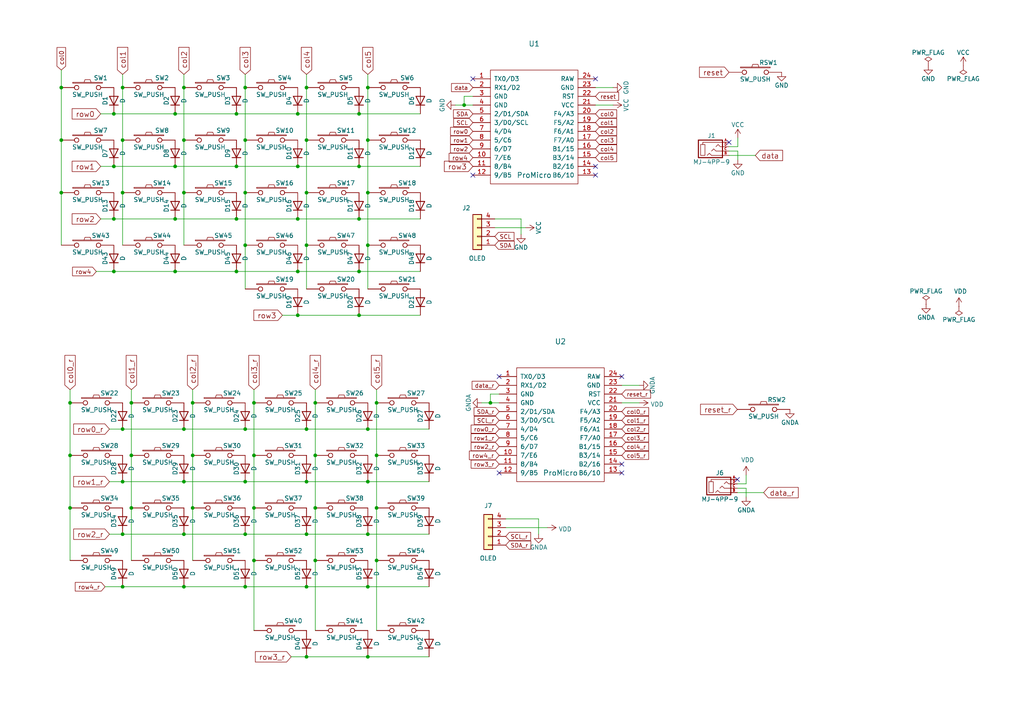
<source format=kicad_sch>
(kicad_sch (version 20231120) (generator "eeschema") (generator_version "8.0")
  (paper "A4")
  (title_block (title "Corne Light+") (date "2020-10-13") (rev "2.0") (company "KDKB - foostan"))
  (lib_symbols
    (symbol "Connector_Generic:Conn_01x04" (pin_names (offset 1.016) hide)
      (property "Reference" "J" (at 0 5.08 0))
      (property "Value" "Conn_01x04" (at 0 -7.62 0))
      (symbol "Conn_01x04_1_1"
        (pin passive line (at -5.08 2.54 0) (length 3.81) (name "Pin_1") (number "1"))
        (pin passive line (at -5.08 0 0) (length 3.81) (name "Pin_2") (number "2"))
        (pin passive line (at -5.08 -2.54 0) (length 3.81) (name "Pin_3") (number "3"))
        (pin passive line (at -5.08 -5.08 0) (length 3.81) (name "Pin_4") (number "4"))
      )
    )
    (symbol "Device:D" (pin_numbers hide) (pin_names (offset 1.016) hide)
      (property "Reference" "D" (at 0 2.54 0))
      (property "Value" "D" (at 0 -2.54 0))
      (symbol "D_1_1"
        (pin passive line (at -3.81 0 0) (length 2.54) (name "K") (number "1"))
        (pin passive line (at 3.81 0 180) (length 2.54) (name "A") (number "2"))
      )
    )
    (symbol "kbd:MJ-4PP-9" (pin_names (offset 1.016))
      (property "Reference" "J" (at 0 3.81 0))
      (property "Value" "MJ-4PP-9" (at 0 -3.81 0))
      (symbol "MJ-4PP-9_1_1"
        (pin input line (at 5.08 1.905 180) (length 2.0066) (name "~") (number "A"))
        (pin input line (at 5.08 -1.905 180) (length 2.0066) (name "~") (number "B"))
        (pin input line (at 5.08 -0.635 180) (length 2.0066) (name "~") (number "C"))
        (pin input line (at 5.08 0.635 180) (length 2.0066) (name "~") (number "D"))
      )
    )
    (symbol "kbd:ProMicro" (pin_names (offset 1.016))
      (property "Reference" "U" (at 0 19.05 0))
      (property "Value" "ProMicro" (at 0 -19.05 0))
      (symbol "ProMicro_1_1"
        (pin bidirectional line (at -17.78 13.97 0) (length 5.08) (name "TX0/D3") (number "1"))
        (pin bidirectional line (at -17.78 -8.89 0) (length 5.08) (name "7/E6") (number "10"))
        (pin bidirectional line (at -17.78 -11.43 0) (length 5.08) (name "8/B4") (number "11"))
        (pin bidirectional line (at -17.78 -13.97 0) (length 5.08) (name "9/B5") (number "12"))
        (pin bidirectional line (at 17.78 -13.97 180) (length 5.08) (name "B6/10") (number "13"))
        (pin bidirectional line (at 17.78 -11.43 180) (length 5.08) (name "B2/16") (number "14"))
        (pin bidirectional line (at 17.78 -8.89 180) (length 5.08) (name "B3/14") (number "15"))
        (pin bidirectional line (at 17.78 -6.35 180) (length 5.08) (name "B1/15") (number "16"))
        (pin bidirectional line (at 17.78 -3.81 180) (length 5.08) (name "F7/A0") (number "17"))
        (pin bidirectional line (at 17.78 -1.27 180) (length 5.08) (name "F6/A1") (number "18"))
        (pin bidirectional line (at 17.78 1.27 180) (length 5.08) (name "F5/A2") (number "19"))
        (pin bidirectional line (at -17.78 11.43 0) (length 5.08) (name "RX1/D2") (number "2"))
        (pin bidirectional line (at 17.78 3.81 180) (length 5.08) (name "F4/A3") (number "20"))
        (pin power_in line (at 17.78 6.35 180) (length 5.08) (name "VCC") (number "21"))
        (pin input line (at 17.78 8.89 180) (length 5.08) (name "RST") (number "22"))
        (pin power_in line (at 17.78 11.43 180) (length 5.08) (name "GND") (number "23"))
        (pin power_out line (at 17.78 13.97 180) (length 5.08) (name "RAW") (number "24"))
        (pin power_in line (at -17.78 8.89 0) (length 5.08) (name "GND") (number "3"))
        (pin power_in line (at -17.78 6.35 0) (length 5.08) (name "GND") (number "4"))
        (pin bidirectional line (at -17.78 3.81 0) (length 5.08) (name "2/D1/SDA") (number "5"))
        (pin bidirectional line (at -17.78 1.27 0) (length 5.08) (name "3/D0/SCL") (number "6"))
        (pin bidirectional line (at -17.78 -1.27 0) (length 5.08) (name "4/D4") (number "7"))
        (pin bidirectional line (at -17.78 -3.81 0) (length 5.08) (name "5/C6") (number "8"))
        (pin bidirectional line (at -17.78 -6.35 0) (length 5.08) (name "6/D7") (number "9"))
      )
    )
    (symbol "kbd:SW_PUSH" (pin_numbers hide) (pin_names (offset 1.016) hide)
      (property "Reference" "SW" (at 3.81 2.794 0))
      (property "Value" "SW_PUSH" (at 0 -2.032 0))
      (symbol "SW_PUSH_0_1"
        (pin passive inverted (at -7.62 0 0) (length 5.08) (name "1") (number "1"))
        (pin passive inverted (at 7.62 0 180) (length 5.08) (name "2") (number "2"))
      )
    )
    (symbol "power:GND" (power) (pin_names (offset 0))
      (property "Value" "GND" (at 0 -3.81 0))
      (symbol "GND_1_1"
        (pin power_in line (at 0 0 270) (length 0) hide (name "GND") (number "1"))
      )
    )
    (symbol "power:GNDA" (power) (pin_names (offset 0))
      (property "Value" "GNDA" (at 0 -3.81 0))
      (symbol "GNDA_1_1"
        (pin power_in line (at 0 0 270) (length 0) hide (name "GNDA") (number "1"))
      )
    )
    (symbol "power:PWR_FLAG" (power) (pin_numbers hide) (pin_names (offset 0) hide)
      (property "Value" "PWR_FLAG" (at 0 3.81 0))
      (symbol "PWR_FLAG_0_0"
        (pin power_out line (at 0 0 90) (length 0) (name "pwr") (number "1"))
      )
    )
    (symbol "power:VCC" (power) (pin_names (offset 0))
      (property "Value" "VCC" (at 0 3.81 0))
      (symbol "VCC_1_1"
        (pin power_in line (at 0 0 90) (length 0) hide (name "VCC") (number "1"))
      )
    )
    (symbol "power:VDD" (power) (pin_names (offset 0))
      (property "Value" "VDD" (at 0 3.81 0))
      (symbol "VDD_1_1"
        (pin power_in line (at 0 0 90) (length 0) hide (name "VDD") (number "1"))
      )
    )
  )
  (junction (at 53.34 170.18))
  (junction (at 88.9 55.88))
  (junction (at 68.58 33.02))
  (junction (at 71.12 25.4))
  (junction (at 88.9 40.64))
  (junction (at 109.22 132.08))
  (junction (at 53.34 55.88))
  (junction (at 106.68 139.7))
  (junction (at 106.68 71.12))
  (junction (at 73.66 162.56))
  (junction (at 71.12 154.94))
  (junction (at 104.14 48.26))
  (junction (at 38.1 116.84))
  (junction (at 106.68 55.88))
  (junction (at 106.68 40.64))
  (junction (at 71.12 124.46))
  (junction (at 35.56 139.7))
  (junction (at 50.8 48.26))
  (junction (at 33.02 48.26))
  (junction (at 35.56 25.4))
  (junction (at 109.22 147.32))
  (junction (at 53.34 154.94))
  (junction (at 71.12 71.12))
  (junction (at 106.68 154.94))
  (junction (at 91.44 162.56))
  (junction (at 35.56 170.18))
  (junction (at 106.68 190.5))
  (junction (at 91.44 132.08))
  (junction (at 106.68 124.46))
  (junction (at 73.66 116.84))
  (junction (at 86.36 48.26))
  (junction (at 38.1 147.32))
  (junction (at 86.36 91.44))
  (junction (at 33.02 33.02))
  (junction (at 73.66 132.08))
  (junction (at 68.58 48.26))
  (junction (at 71.12 139.7))
  (junction (at 91.44 116.84))
  (junction (at 38.1 132.08))
  (junction (at 88.9 71.12))
  (junction (at 109.22 116.84))
  (junction (at 33.02 63.5))
  (junction (at 17.78 55.88))
  (junction (at 20.32 147.32))
  (junction (at 91.44 147.32))
  (junction (at 53.34 124.46))
  (junction (at 88.9 154.94))
  (junction (at 20.32 132.08))
  (junction (at 71.12 55.88))
  (junction (at 104.14 33.02))
  (junction (at 88.9 124.46))
  (junction (at 35.56 55.88))
  (junction (at 17.78 40.64))
  (junction (at 86.36 78.74))
  (junction (at 55.88 116.84))
  (junction (at 88.9 139.7))
  (junction (at 50.8 33.02))
  (junction (at 106.68 25.4))
  (junction (at 104.14 91.44))
  (junction (at 88.9 25.4))
  (junction (at 73.66 147.32))
  (junction (at 35.56 154.94))
  (junction (at 71.12 40.64))
  (junction (at 86.36 63.5))
  (junction (at 35.56 40.64))
  (junction (at 68.58 63.5))
  (junction (at 35.56 124.46))
  (junction (at 17.78 25.4))
  (junction (at 53.34 40.64))
  (junction (at 33.02 78.74))
  (junction (at 53.34 139.7))
  (junction (at 142.24 116.84))
  (junction (at 55.88 132.08))
  (junction (at 86.36 33.02))
  (junction (at 50.8 78.74))
  (junction (at 55.88 147.32))
  (junction (at 71.12 170.18))
  (junction (at 106.68 170.18))
  (junction (at 20.32 116.84))
  (junction (at 50.8 63.5))
  (junction (at 88.9 170.18))
  (junction (at 68.58 78.74))
  (junction (at 88.9 190.5))
  (junction (at 104.14 63.5))
  (junction (at 134.62 30.48))
  (junction (at 53.34 25.4))
  (junction (at 109.22 162.56))
  (junction (at 104.14 78.74))
  (no_connect (at 211.455 41.275))
  (no_connect (at 137.16 50.8))
  (no_connect (at 6.35 -20.955))
  (no_connect (at 182.88 210.82))
  (no_connect (at 180.34 137.16))
  (no_connect (at 172.72 22.86))
  (no_connect (at 172.72 50.8))
  (no_connect (at 213.868 139.065))
  (no_connect (at 137.16 22.86))
  (no_connect (at 144.78 109.22))
  (no_connect (at 172.72 48.26))
  (no_connect (at 180.34 134.62))
  (no_connect (at 180.34 109.22))
  (no_connect (at 144.78 137.16))
  (wire (pts (xy 50.8 78.74) (xy 68.58 78.74)))
  (wire (pts (xy 86.36 33.02) (xy 104.14 33.02)))
  (wire (pts (xy 53.34 25.4) (xy 53.34 40.64)))
  (wire (pts (xy 55.88 132.08) (xy 55.88 147.32)))
  (wire (pts (xy 71.12 139.7) (xy 88.9 139.7)))
  (wire (pts (xy 71.12 71.12) (xy 71.12 83.82)))
  (wire (pts (xy 55.88 147.32) (xy 55.88 162.56)))
  (wire (pts (xy 134.62 27.94) (xy 134.62 30.48)))
  (wire (pts (xy 144.78 114.3) (xy 142.24 114.3)))
  (wire (pts (xy 55.88 116.84) (xy 55.88 132.08)))
  (wire (pts (xy 86.36 48.26) (xy 104.14 48.26)))
  (wire (pts (xy 17.78 25.4) (xy 17.78 40.64)))
  (wire (pts (xy 86.36 63.5) (xy 104.14 63.5)))
  (wire (pts (xy 35.56 25.4) (xy 35.56 40.64)))
  (wire (pts (xy 91.44 162.56) (xy 91.44 182.88)))
  (wire (pts (xy 106.68 190.5) (xy 124.46 190.5)))
  (wire (pts (xy 35.56 55.88) (xy 35.56 71.12)))
  (wire (pts (xy 38.1 132.08) (xy 38.1 147.32)))
  (wire (pts (xy 134.62 30.48) (xy 137.16 30.48)))
  (wire (pts (xy 81.915 91.44) (xy 86.36 91.44)))
  (wire (pts (xy 50.8 63.5) (xy 68.58 63.5)))
  (wire (pts (xy 211.455 43.815) (xy 213.995 43.815)))
  (wire (pts (xy 35.56 139.7) (xy 53.34 139.7)))
  (wire (pts (xy 104.14 63.5) (xy 121.92 63.5)))
  (wire (pts (xy 20.32 132.08) (xy 20.32 147.32)))
  (wire (pts (xy 216.408 140.335) (xy 216.408 137.795)))
  (wire (pts (xy 211.455 45.085) (xy 219.075 45.085)))
  (wire (pts (xy 106.68 71.12) (xy 106.68 83.82)))
  (wire (pts (xy 146.685 150.495) (xy 156.21 150.495)))
  (wire (pts (xy 68.58 78.74) (xy 86.36 78.74)))
  (wire (pts (xy 106.68 55.88) (xy 106.68 71.12)))
  (wire (pts (xy 33.02 48.26) (xy 50.8 48.26)))
  (wire (pts (xy 29.21 63.5) (xy 33.02 63.5)))
  (wire (pts (xy 109.22 113.03) (xy 109.22 116.84)))
  (wire (pts (xy 88.9 71.12) (xy 88.9 83.82)))
  (wire (pts (xy 106.68 25.4) (xy 106.68 40.64)))
  (wire (pts (xy 106.68 21.59) (xy 106.68 25.4)))
  (wire (pts (xy 109.22 116.84) (xy 109.22 132.08)))
  (wire (pts (xy 31.75 154.94) (xy 35.56 154.94)))
  (wire (pts (xy 213.868 140.335) (xy 216.408 140.335)))
  (wire (pts (xy 109.22 132.08) (xy 109.22 147.32)))
  (wire (pts (xy 68.58 63.5) (xy 86.36 63.5)))
  (wire (pts (xy 88.9 25.4) (xy 88.9 40.64)))
  (wire (pts (xy 71.12 154.94) (xy 88.9 154.94)))
  (wire (pts (xy 88.9 154.94) (xy 106.68 154.94)))
  (wire (pts (xy 73.66 162.56) (xy 73.66 182.88)))
  (wire (pts (xy 35.56 170.18) (xy 53.34 170.18)))
  (wire (pts (xy 53.34 21.59) (xy 53.34 25.4)))
  (wire (pts (xy 31.75 139.7) (xy 35.56 139.7)))
  (wire (pts (xy 31.75 124.46) (xy 35.56 124.46)))
  (wire (pts (xy 213.868 142.875) (xy 221.488 142.875)))
  (wire (pts (xy 88.9 21.59) (xy 88.9 25.4)))
  (wire (pts (xy 35.56 154.94) (xy 53.34 154.94)))
  (wire (pts (xy 156.21 150.495) (xy 156.21 154.94)))
  (wire (pts (xy 143.51 66.04) (xy 152.4 66.04)))
  (wire (pts (xy 35.56 21.59) (xy 35.56 25.4)))
  (wire (pts (xy 33.02 63.5) (xy 50.8 63.5)))
  (wire (pts (xy 29.21 48.26) (xy 33.02 48.26)))
  (wire (pts (xy 73.66 116.84) (xy 73.66 132.08)))
  (wire (pts (xy 71.12 170.18) (xy 88.9 170.18)))
  (wire (pts (xy 104.14 48.26) (xy 121.92 48.26)))
  (wire (pts (xy 213.995 42.545) (xy 213.995 40.005)))
  (wire (pts (xy 172.72 25.4) (xy 177.8 25.4)))
  (wire (pts (xy 53.34 40.64) (xy 53.34 55.88)))
  (wire (pts (xy 151.13 63.5) (xy 143.51 63.5)))
  (wire (pts (xy 20.32 147.32) (xy 20.32 162.56)))
  (wire (pts (xy 106.68 170.18) (xy 124.46 170.18)))
  (wire (pts (xy 53.34 55.88) (xy 53.34 71.12)))
  (wire (pts (xy 50.8 33.02) (xy 68.58 33.02)))
  (wire (pts (xy 29.21 33.02) (xy 33.02 33.02)))
  (wire (pts (xy 71.12 40.64) (xy 71.12 55.88)))
  (wire (pts (xy 86.36 78.74) (xy 104.14 78.74)))
  (wire (pts (xy 68.58 33.02) (xy 86.36 33.02)))
  (wire (pts (xy 20.32 116.84) (xy 20.32 132.08)))
  (wire (pts (xy 88.9 170.18) (xy 106.68 170.18)))
  (wire (pts (xy 17.78 40.64) (xy 17.78 55.88)))
  (wire (pts (xy 38.1 147.32) (xy 38.1 162.56)))
  (wire (pts (xy 35.56 40.64) (xy 35.56 55.88)))
  (wire (pts (xy 106.68 124.46) (xy 124.46 124.46)))
  (wire (pts (xy 151.13 67.945) (xy 151.13 63.5)))
  (wire (pts (xy 17.78 20.32) (xy 17.78 25.4)))
  (wire (pts (xy 53.34 170.18) (xy 71.12 170.18)))
  (wire (pts (xy 180.34 111.76) (xy 185.42 111.76)))
  (wire (pts (xy 88.9 190.5) (xy 106.68 190.5)))
  (wire (pts (xy 68.58 48.26) (xy 86.36 48.26)))
  (wire (pts (xy 33.02 33.02) (xy 50.8 33.02)))
  (wire (pts (xy 213.995 43.815) (xy 213.995 46.355)))
  (wire (pts (xy 86.36 91.44) (xy 104.14 91.44)))
  (wire (pts (xy 20.32 113.03) (xy 20.32 116.84)))
  (wire (pts (xy 142.24 116.84) (xy 144.78 116.84)))
  (wire (pts (xy 53.34 124.46) (xy 71.12 124.46)))
  (wire (pts (xy 106.68 139.7) (xy 124.46 139.7)))
  (wire (pts (xy 106.68 40.64) (xy 106.68 55.88)))
  (wire (pts (xy 53.34 154.94) (xy 71.12 154.94)))
  (wire (pts (xy 38.1 113.03) (xy 38.1 116.84)))
  (wire (pts (xy 30.48 170.18) (xy 35.56 170.18)))
  (wire (pts (xy 213.868 141.605) (xy 216.408 141.605)))
  (wire (pts (xy 27.94 78.74) (xy 33.02 78.74)))
  (wire (pts (xy 17.78 55.88) (xy 17.78 71.12)))
  (wire (pts (xy 180.34 116.84) (xy 185.42 116.84)))
  (wire (pts (xy 104.14 91.44) (xy 121.92 91.44)))
  (wire (pts (xy 71.12 21.59) (xy 71.12 25.4)))
  (wire (pts (xy 109.22 147.32) (xy 109.22 162.56)))
  (wire (pts (xy 88.9 124.46) (xy 106.68 124.46)))
  (wire (pts (xy 137.16 27.94) (xy 134.62 27.94)))
  (wire (pts (xy 104.14 78.74) (xy 121.92 78.74)))
  (wire (pts (xy 71.12 55.88) (xy 71.12 71.12)))
  (wire (pts (xy 38.1 116.84) (xy 38.1 132.08)))
  (wire (pts (xy 73.66 147.32) (xy 73.66 162.56)))
  (wire (pts (xy 73.66 113.03) (xy 73.66 116.84)))
  (wire (pts (xy 91.44 113.03) (xy 91.44 116.84)))
  (wire (pts (xy 139.7 116.84) (xy 142.24 116.84)))
  (wire (pts (xy 71.12 25.4) (xy 71.12 40.64)))
  (wire (pts (xy 88.9 40.64) (xy 88.9 55.88)))
  (wire (pts (xy 88.9 55.88) (xy 88.9 71.12)))
  (wire (pts (xy 91.44 147.32) (xy 91.44 162.56)))
  (wire (pts (xy 73.66 132.08) (xy 73.66 147.32)))
  (wire (pts (xy 91.44 116.84) (xy 91.44 132.08)))
  (wire (pts (xy 33.02 78.74) (xy 50.8 78.74)))
  (wire (pts (xy 53.34 139.7) (xy 71.12 139.7)))
  (wire (pts (xy 84.455 190.5) (xy 88.9 190.5)))
  (wire (pts (xy 146.685 153.035) (xy 158.75 153.035)))
  (wire (pts (xy 216.408 141.605) (xy 216.408 144.145)))
  (wire (pts (xy 50.8 48.26) (xy 68.58 48.26)))
  (wire (pts (xy 104.14 33.02) (xy 121.92 33.02)))
  (wire (pts (xy 109.22 162.56) (xy 109.22 182.88)))
  (wire (pts (xy 71.12 124.46) (xy 88.9 124.46)))
  (wire (pts (xy 35.56 124.46) (xy 53.34 124.46)))
  (wire (pts (xy 91.44 132.08) (xy 91.44 147.32)))
  (wire (pts (xy 142.24 114.3) (xy 142.24 116.84)))
  (wire (pts (xy 106.68 154.94) (xy 124.46 154.94)))
  (wire (pts (xy 55.88 113.03) (xy 55.88 116.84)))
  (wire (pts (xy 132.08 30.48) (xy 134.62 30.48)))
  (wire (pts (xy 172.72 30.48) (xy 177.8 30.48)))
  (wire (pts (xy 211.455 42.545) (xy 213.995 42.545)))
  (wire (pts (xy 88.9 139.7) (xy 106.68 139.7)))
  (global_label "col2" (shape input) (at 53.34 21.59 90) (effects (font (size 1.524 1.524))) (property "Intersheetrefs" "${INTERSHEET_REFS}" (effects (hide yes))))
  (global_label "data" (shape input) (at 219.075 45.085 0) (effects (font (size 1.524 1.524))) (property "Intersheetrefs" "${INTERSHEET_REFS}" (effects (hide yes))))
  (global_label "col3" (shape input) (at 71.12 21.59 90) (effects (font (size 1.524 1.524))) (property "Intersheetrefs" "${INTERSHEET_REFS}" (effects (hide yes))))
  (global_label "row1_r" (shape input) (at 144.78 127 180) (effects (font (size 1.1938 1.1938))) (property "Intersheetrefs" "${INTERSHEET_REFS}" (effects (hide yes))))
  (global_label "col5" (shape input) (at 172.72 45.72 0) (effects (font (size 1.1938 1.1938))) (property "Intersheetrefs" "${INTERSHEET_REFS}" (effects (hide yes))))
  (global_label "row0" (shape input) (at 29.21 33.02 180) (effects (font (size 1.524 1.524))) (property "Intersheetrefs" "${INTERSHEET_REFS}" (effects (hide yes))))
  (global_label "row3_r" (shape input) (at 144.78 134.62 180) (effects (font (size 1.1938 1.1938))) (property "Intersheetrefs" "${INTERSHEET_REFS}" (effects (hide yes))))
  (global_label "SDA" (shape input) (at 137.16 33.02 180) (effects (font (size 1.1938 1.1938))) (property "Intersheetrefs" "${INTERSHEET_REFS}" (effects (hide yes))))
  (global_label "col2_r" (shape input) (at 180.34 124.46 0) (effects (font (size 1.1938 1.1938))) (property "Intersheetrefs" "${INTERSHEET_REFS}" (effects (hide yes))))
  (global_label "col4" (shape input) (at 172.72 43.18 0) (effects (font (size 1.1938 1.1938))) (property "Intersheetrefs" "${INTERSHEET_REFS}" (effects (hide yes))))
  (global_label "col0_r" (shape input) (at 180.34 119.38 0) (effects (font (size 1.1938 1.1938))) (property "Intersheetrefs" "${INTERSHEET_REFS}" (effects (hide yes))))
  (global_label "row2_r" (shape input) (at 31.75 154.94 180) (effects (font (size 1.524 1.524))) (property "Intersheetrefs" "${INTERSHEET_REFS}" (effects (hide yes))))
  (global_label "col5" (shape input) (at 106.68 21.59 90) (effects (font (size 1.524 1.524))) (property "Intersheetrefs" "${INTERSHEET_REFS}" (effects (hide yes))))
  (global_label "col4" (shape input) (at 88.9 21.59 90) (effects (font (size 1.524 1.524))) (property "Intersheetrefs" "${INTERSHEET_REFS}" (effects (hide yes))))
  (global_label "SDA_r" (shape input) (at 144.78 119.38 180) (effects (font (size 1.1938 1.1938))) (property "Intersheetrefs" "${INTERSHEET_REFS}" (effects (hide yes))))
  (global_label "col3_r" (shape input) (at 180.34 127 0) (effects (font (size 1.1938 1.1938))) (property "Intersheetrefs" "${INTERSHEET_REFS}" (effects (hide yes))))
  (global_label "SCL_r" (shape input) (at 146.685 155.575 0) (effects (font (size 1.1938 1.1938))) (property "Intersheetrefs" "${INTERSHEET_REFS}" (effects (hide yes))))
  (global_label "row4" (shape input) (at 137.16 45.72 180) (property "Intersheetrefs" "${INTERSHEET_REFS}" (effects (hide yes))))
  (global_label "col1" (shape input) (at 35.56 21.59 90) (effects (font (size 1.524 1.524))) (property "Intersheetrefs" "${INTERSHEET_REFS}" (effects (hide yes))))
  (global_label "SDA_r" (shape input) (at 146.685 158.115 0) (effects (font (size 1.1938 1.1938))) (property "Intersheetrefs" "${INTERSHEET_REFS}" (effects (hide yes))))
  (global_label "row1" (shape input) (at 29.21 48.26 180) (effects (font (size 1.524 1.524))) (property "Intersheetrefs" "${INTERSHEET_REFS}" (effects (hide yes))))
  (global_label "SCL" (shape input) (at 143.51 68.58 0) (effects (font (size 1.1938 1.1938))) (property "Intersheetrefs" "${INTERSHEET_REFS}" (effects (hide yes))))
  (global_label "row3" (shape input) (at 137.16 48.26 180) (effects (font (size 1.524 1.524))) (property "Intersheetrefs" "${INTERSHEET_REFS}" (effects (hide yes))))
  (global_label "col4_r" (shape input) (at 180.34 129.54 0) (effects (font (size 1.1938 1.1938))) (property "Intersheetrefs" "${INTERSHEET_REFS}" (effects (hide yes))))
  (global_label "row1" (shape input) (at 137.16 40.64 180) (effects (font (size 1.1938 1.1938))) (property "Intersheetrefs" "${INTERSHEET_REFS}" (effects (hide yes))))
  (global_label "reset" (shape input) (at 211.455 20.955 180) (effects (font (size 1.524 1.524))) (property "Intersheetrefs" "${INTERSHEET_REFS}" (effects (hide yes))))
  (global_label "SCL_r" (shape input) (at 144.78 121.92 180) (effects (font (size 1.1938 1.1938))) (property "Intersheetrefs" "${INTERSHEET_REFS}" (effects (hide yes))))
  (global_label "reset" (shape input) (at 172.72 27.94 0) (effects (font (size 1.1938 1.1938))) (property "Intersheetrefs" "${INTERSHEET_REFS}" (effects (hide yes))))
  (global_label "row0_r" (shape input) (at 31.75 124.46 180) (effects (font (size 1.524 1.524))) (property "Intersheetrefs" "${INTERSHEET_REFS}" (effects (hide yes))))
  (global_label "row2" (shape input) (at 137.16 43.18 180) (effects (font (size 1.1938 1.1938))) (property "Intersheetrefs" "${INTERSHEET_REFS}" (effects (hide yes))))
  (global_label "row1_r" (shape input) (at 31.75 139.7 180) (effects (font (size 1.524 1.524))) (property "Intersheetrefs" "${INTERSHEET_REFS}" (effects (hide yes))))
  (global_label "col3_r" (shape input) (at 73.66 113.03 90) (effects (font (size 1.524 1.524))) (property "Intersheetrefs" "${INTERSHEET_REFS}" (effects (hide yes))))
  (global_label "col4_r" (shape input) (at 91.44 113.03 90) (effects (font (size 1.524 1.524))) (property "Intersheetrefs" "${INTERSHEET_REFS}" (effects (hide yes))))
  (global_label "reset_r" (shape input) (at 180.34 114.3 0) (effects (font (size 1.1938 1.1938))) (property "Intersheetrefs" "${INTERSHEET_REFS}" (effects (hide yes))))
  (global_label "row3_r" (shape input) (at 84.455 190.5 180) (effects (font (size 1.524 1.524))) (property "Intersheetrefs" "${INTERSHEET_REFS}" (effects (hide yes))))
  (global_label "data_r" (shape input) (at 221.488 142.875 0) (effects (font (size 1.524 1.524))) (property "Intersheetrefs" "${INTERSHEET_REFS}" (effects (hide yes))))
  (global_label "col5_r" (shape input) (at 109.22 113.03 90) (effects (font (size 1.524 1.524))) (property "Intersheetrefs" "${INTERSHEET_REFS}" (effects (hide yes))))
  (global_label "col3" (shape input) (at 172.72 40.64 0) (effects (font (size 1.1938 1.1938))) (property "Intersheetrefs" "${INTERSHEET_REFS}" (effects (hide yes))))
  (global_label "reset_r" (shape input) (at 213.868 118.745 180) (effects (font (size 1.524 1.524))) (property "Intersheetrefs" "${INTERSHEET_REFS}" (effects (hide yes))))
  (global_label "col1_r" (shape input) (at 38.1 113.03 90) (effects (font (size 1.524 1.524))) (property "Intersheetrefs" "${INTERSHEET_REFS}" (effects (hide yes))))
  (global_label "col0" (shape input) (at 17.78 20.32 90) (property "Intersheetrefs" "${INTERSHEET_REFS}" (effects (hide yes))))
  (global_label "col2_r" (shape input) (at 55.88 113.03 90) (effects (font (size 1.524 1.524))) (property "Intersheetrefs" "${INTERSHEET_REFS}" (effects (hide yes))))
  (global_label "col1_r" (shape input) (at 180.34 121.92 0) (effects (font (size 1.1938 1.1938))) (property "Intersheetrefs" "${INTERSHEET_REFS}" (effects (hide yes))))
  (global_label "data" (shape input) (at 137.16 25.4 180) (effects (font (size 1.1938 1.1938))) (property "Intersheetrefs" "${INTERSHEET_REFS}" (effects (hide yes))))
  (global_label "row4" (shape input) (at 27.94 78.74 180) (property "Intersheetrefs" "${INTERSHEET_REFS}" (effects (hide yes))))
  (global_label "row0_r" (shape input) (at 144.78 124.46 180) (effects (font (size 1.1938 1.1938))) (property "Intersheetrefs" "${INTERSHEET_REFS}" (effects (hide yes))))
  (global_label "col1" (shape input) (at 172.72 35.56 0) (effects (font (size 1.1938 1.1938))) (property "Intersheetrefs" "${INTERSHEET_REFS}" (effects (hide yes))))
  (global_label "data_r" (shape input) (at 144.78 111.76 180) (effects (font (size 1.1938 1.1938))) (property "Intersheetrefs" "${INTERSHEET_REFS}" (effects (hide yes))))
  (global_label "SCL" (shape input) (at 137.16 35.56 180) (effects (font (size 1.1938 1.1938))) (property "Intersheetrefs" "${INTERSHEET_REFS}" (effects (hide yes))))
  (global_label "row2_r" (shape input) (at 144.78 129.54 180) (effects (font (size 1.1938 1.1938))) (property "Intersheetrefs" "${INTERSHEET_REFS}" (effects (hide yes))))
  (global_label "row0" (shape input) (at 137.16 38.1 180) (effects (font (size 1.1938 1.1938))) (property "Intersheetrefs" "${INTERSHEET_REFS}" (effects (hide yes))))
  (global_label "SDA" (shape input) (at 143.51 71.12 0) (effects (font (size 1.1938 1.1938))) (property "Intersheetrefs" "${INTERSHEET_REFS}" (effects (hide yes))))
  (global_label "col2" (shape input) (at 172.72 38.1 0) (effects (font (size 1.1938 1.1938))) (property "Intersheetrefs" "${INTERSHEET_REFS}" (effects (hide yes))))
  (global_label "col5_r" (shape input) (at 180.34 132.08 0) (effects (font (size 1.1938 1.1938))) (property "Intersheetrefs" "${INTERSHEET_REFS}" (effects (hide yes))))
  (global_label "row3" (shape input) (at 81.915 91.44 180) (effects (font (size 1.524 1.524))) (property "Intersheetrefs" "${INTERSHEET_REFS}" (effects (hide yes))))
  (global_label "col0" (shape input) (at 172.72 33.02 0) (effects (font (size 1.1938 1.1938))) (property "Intersheetrefs" "${INTERSHEET_REFS}" (effects (hide yes))))
  (global_label "row4_r" (shape input) (at 144.78 132.08 180) (property "Intersheetrefs" "${INTERSHEET_REFS}" (effects (hide yes))))
  (global_label "row4_r" (shape input) (at 30.48 170.18 180) (property "Intersheetrefs" "${INTERSHEET_REFS}" (effects (hide yes))))
  (global_label "row2" (shape input) (at 29.21 63.5 180) (effects (font (size 1.524 1.524))) (property "Intersheetrefs" "${INTERSHEET_REFS}" (effects (hide yes))))
  (global_label "col0_r" (shape input) (at 20.32 113.03 90) (effects (font (size 1.524 1.524))) (property "Intersheetrefs" "${INTERSHEET_REFS}" (effects (hide yes))))
  (symbol (lib_id "kbd:ProMicro") (at 154.94 36.83 0) (unit 1)
    (property "Reference" "U1" (at 154.94 12.7 0) (effects (font (size 1.524 1.524))))
    (property "Value" "ProMicro" (at 154.94 50.8 0) (effects (font (size 1.524 1.524))))
    (property "Footprint" "kbd:ProMicro_v3" (effects (hide yes)))
  )
  (symbol (lib_id "kbd:SW_PUSH") (at 43.18 25.4 0) (unit 1)
    (property "Reference" "SW2" (at 46.99 22.606 0))
    (property "Value" "SW_PUSH" (at 43.18 27.432 0))
    (property "Footprint" "kbd:CherryMX_ChocV2_1u" (effects (hide yes)))
  )
  (symbol (lib_id "Device:D") (at 50.8 29.21 90) (unit 1)
    (property "Reference" "D2" (at 48.26 29.21 0))
    (property "Value" "D" (at 53.34 29.21 0))
    (property "Footprint" "kbd:D3_TH" (effects (hide yes)))
  )
  (symbol (lib_id "kbd:SW_PUSH") (at 60.96 25.4 0) (unit 1)
    (property "Reference" "SW3" (at 64.77 22.606 0))
    (property "Value" "SW_PUSH" (at 60.96 27.432 0))
    (property "Footprint" "kbd:CherryMX_ChocV2_1u" (effects (hide yes)))
  )
  (symbol (lib_id "Device:D") (at 68.58 29.21 90) (unit 1)
    (property "Reference" "D3" (at 66.04 29.21 0))
    (property "Value" "D" (at 71.12 29.21 0))
    (property "Footprint" "kbd:D3_TH" (effects (hide yes)))
  )
  (symbol (lib_id "kbd:SW_PUSH") (at 78.74 25.4 0) (unit 1)
    (property "Reference" "SW4" (at 82.55 22.606 0))
    (property "Value" "SW_PUSH" (at 78.74 27.432 0))
    (property "Footprint" "kbd:CherryMX_ChocV2_1u" (effects (hide yes)))
  )
  (symbol (lib_id "kbd:SW_PUSH") (at 96.52 25.4 0) (unit 1)
    (property "Reference" "SW5" (at 100.33 22.606 0))
    (property "Value" "SW_PUSH" (at 96.52 27.432 0))
    (property "Footprint" "kbd:CherryMX_ChocV2_1u" (effects (hide yes)))
  )
  (symbol (lib_id "kbd:SW_PUSH") (at 114.3 25.4 0) (unit 1)
    (property "Reference" "SW6" (at 118.11 22.606 0))
    (property "Value" "SW_PUSH" (at 114.3 27.432 0))
    (property "Footprint" "kbd:CherryMX_ChocV2_1u" (effects (hide yes)))
  )
  (symbol (lib_id "Device:D") (at 86.36 29.21 90) (unit 1)
    (property "Reference" "D4" (at 83.82 29.21 0))
    (property "Value" "D" (at 88.9 29.21 0))
    (property "Footprint" "kbd:D3_TH" (effects (hide yes)))
  )
  (symbol (lib_id "Device:D") (at 104.14 29.21 90) (unit 1)
    (property "Reference" "D5" (at 101.6 29.21 0))
    (property "Value" "D" (at 106.68 29.21 0))
    (property "Footprint" "kbd:D3_TH" (effects (hide yes)))
  )
  (symbol (lib_id "Device:D") (at 121.92 29.21 90) (unit 1)
    (property "Reference" "D6" (at 119.38 29.21 0))
    (property "Value" "D" (at 124.46 29.21 0))
    (property "Footprint" "kbd:D3_TH" (effects (hide yes)))
  )
  (symbol (lib_id "kbd:SW_PUSH") (at 25.4 25.4 0) (unit 1)
    (property "Reference" "SW1" (at 29.21 22.606 0))
    (property "Value" "SW_PUSH" (at 25.4 27.432 0))
    (property "Footprint" "kbd:CherryMX_ChocV2_1u" (effects (hide yes)))
  )
  (symbol (lib_id "Device:D") (at 33.02 29.21 90) (unit 1)
    (property "Reference" "D1" (at 30.48 29.21 0))
    (property "Value" "D" (at 35.56 29.21 0))
    (property "Footprint" "kbd:D3_TH" (effects (hide yes)))
  )
  (symbol (lib_id "kbd:SW_PUSH") (at 43.18 40.64 0) (unit 1)
    (property "Reference" "SW8" (at 46.99 37.846 0))
    (property "Value" "SW_PUSH" (at 43.18 42.672 0))
    (property "Footprint" "kbd:CherryMX_ChocV2_1u" (effects (hide yes)))
  )
  (symbol (lib_id "Device:D") (at 50.8 44.45 90) (unit 1)
    (property "Reference" "D8" (at 48.26 44.45 0))
    (property "Value" "D" (at 53.34 44.45 0))
    (property "Footprint" "kbd:D3_TH" (effects (hide yes)))
  )
  (symbol (lib_id "kbd:SW_PUSH") (at 60.96 40.64 0) (unit 1)
    (property "Reference" "SW9" (at 64.77 37.846 0))
    (property "Value" "SW_PUSH" (at 60.96 42.672 0))
    (property "Footprint" "kbd:CherryMX_ChocV2_1u" (effects (hide yes)))
  )
  (symbol (lib_id "Device:D") (at 68.58 44.45 90) (unit 1)
    (property "Reference" "D9" (at 66.04 44.45 0))
    (property "Value" "D" (at 71.12 44.45 0))
    (property "Footprint" "kbd:D3_TH" (effects (hide yes)))
  )
  (symbol (lib_id "kbd:SW_PUSH") (at 78.74 40.64 0) (unit 1)
    (property "Reference" "SW10" (at 82.55 37.846 0))
    (property "Value" "SW_PUSH" (at 78.74 42.672 0))
    (property "Footprint" "kbd:CherryMX_ChocV2_1u" (effects (hide yes)))
  )
  (symbol (lib_id "kbd:SW_PUSH") (at 96.52 40.64 0) (unit 1)
    (property "Reference" "SW11" (at 100.33 37.846 0))
    (property "Value" "SW_PUSH" (at 96.52 42.672 0))
    (property "Footprint" "kbd:CherryMX_ChocV2_1u" (effects (hide yes)))
  )
  (symbol (lib_id "kbd:SW_PUSH") (at 114.3 40.64 0) (unit 1)
    (property "Reference" "SW12" (at 118.11 37.846 0))
    (property "Value" "SW_PUSH" (at 114.3 42.672 0))
    (property "Footprint" "kbd:CherryMX_ChocV2_1u" (effects (hide yes)))
  )
  (symbol (lib_id "Device:D") (at 86.36 44.45 90) (unit 1)
    (property "Reference" "D10" (at 83.82 44.45 0))
    (property "Value" "D" (at 88.9 44.45 0))
    (property "Footprint" "kbd:D3_TH" (effects (hide yes)))
  )
  (symbol (lib_id "Device:D") (at 104.14 44.45 90) (unit 1)
    (property "Reference" "D11" (at 101.6 44.45 0))
    (property "Value" "D" (at 106.68 44.45 0))
    (property "Footprint" "kbd:D3_TH" (effects (hide yes)))
  )
  (symbol (lib_id "Device:D") (at 121.92 44.45 90) (unit 1)
    (property "Reference" "D12" (at 119.38 44.45 0))
    (property "Value" "D" (at 124.46 44.45 0))
    (property "Footprint" "kbd:D3_TH" (effects (hide yes)))
  )
  (symbol (lib_id "kbd:SW_PUSH") (at 25.4 40.64 0) (unit 1)
    (property "Reference" "SW7" (at 29.21 37.846 0))
    (property "Value" "SW_PUSH" (at 25.4 42.672 0))
    (property "Footprint" "kbd:CherryMX_ChocV2_1u" (effects (hide yes)))
  )
  (symbol (lib_id "Device:D") (at 33.02 44.45 90) (unit 1)
    (property "Reference" "D7" (at 30.48 44.45 0))
    (property "Value" "D" (at 35.56 44.45 0))
    (property "Footprint" "kbd:D3_TH" (effects (hide yes)))
  )
  (symbol (lib_id "kbd:SW_PUSH") (at 43.18 55.88 0) (unit 1)
    (property "Reference" "SW14" (at 46.99 53.086 0))
    (property "Value" "SW_PUSH" (at 43.18 57.912 0))
    (property "Footprint" "kbd:CherryMX_ChocV2_1u" (effects (hide yes)))
  )
  (symbol (lib_id "Device:D") (at 50.8 59.69 90) (unit 1)
    (property "Reference" "D14" (at 48.26 59.69 0))
    (property "Value" "D" (at 53.34 59.69 0))
    (property "Footprint" "kbd:D3_TH" (effects (hide yes)))
  )
  (symbol (lib_id "kbd:SW_PUSH") (at 60.96 55.88 0) (unit 1)
    (property "Reference" "SW15" (at 64.77 53.086 0))
    (property "Value" "SW_PUSH" (at 60.96 57.912 0))
    (property "Footprint" "kbd:CherryMX_ChocV2_1u" (effects (hide yes)))
  )
  (symbol (lib_id "Device:D") (at 68.58 59.69 90) (unit 1)
    (property "Reference" "D15" (at 66.04 59.69 0))
    (property "Value" "D" (at 71.12 59.69 0))
    (property "Footprint" "kbd:D3_TH" (effects (hide yes)))
  )
  (symbol (lib_id "kbd:SW_PUSH") (at 78.74 55.88 0) (unit 1)
    (property "Reference" "SW16" (at 82.55 53.086 0))
    (property "Value" "SW_PUSH" (at 78.74 57.912 0))
    (property "Footprint" "kbd:CherryMX_ChocV2_1u" (effects (hide yes)))
  )
  (symbol (lib_id "kbd:SW_PUSH") (at 96.52 55.88 0) (unit 1)
    (property "Reference" "SW17" (at 100.33 53.086 0))
    (property "Value" "SW_PUSH" (at 96.52 57.912 0))
    (property "Footprint" "kbd:CherryMX_ChocV2_1u" (effects (hide yes)))
  )
  (symbol (lib_id "kbd:SW_PUSH") (at 114.3 55.88 0) (unit 1)
    (property "Reference" "SW18" (at 118.11 53.086 0))
    (property "Value" "SW_PUSH" (at 114.3 57.912 0))
    (property "Footprint" "kbd:CherryMX_ChocV2_1u" (effects (hide yes)))
  )
  (symbol (lib_id "Device:D") (at 86.36 59.69 90) (unit 1)
    (property "Reference" "D16" (at 83.82 59.69 0))
    (property "Value" "D" (at 88.9 59.69 0))
    (property "Footprint" "kbd:D3_TH" (effects (hide yes)))
  )
  (symbol (lib_id "Device:D") (at 104.14 59.69 90) (unit 1)
    (property "Reference" "D17" (at 101.6 59.69 0))
    (property "Value" "D" (at 106.68 59.69 0))
    (property "Footprint" "kbd:D3_TH" (effects (hide yes)))
  )
  (symbol (lib_id "Device:D") (at 121.92 59.69 90) (unit 1)
    (property "Reference" "D18" (at 119.38 59.69 0))
    (property "Value" "D" (at 124.46 59.69 0))
    (property "Footprint" "kbd:D3_TH" (effects (hide yes)))
  )
  (symbol (lib_id "kbd:SW_PUSH") (at 25.4 55.88 0) (unit 1)
    (property "Reference" "SW13" (at 29.21 53.086 0))
    (property "Value" "SW_PUSH" (at 25.4 57.912 0))
    (property "Footprint" "kbd:CherryMX_ChocV2_1u" (effects (hide yes)))
  )
  (symbol (lib_id "Device:D") (at 33.02 59.69 90) (unit 1)
    (property "Reference" "D13" (at 30.48 59.69 0))
    (property "Value" "D" (at 35.56 59.69 0))
    (property "Footprint" "kbd:D3_TH" (effects (hide yes)))
  )
  (symbol (lib_id "kbd:SW_PUSH") (at 96.52 83.82 0) (unit 1)
    (property "Reference" "SW20" (at 100.33 81.026 0))
    (property "Value" "SW_PUSH" (at 96.52 85.852 0))
    (property "Footprint" "kbd:CherryMX_ChocV2_1u" (effects (hide yes)))
  )
  (symbol (lib_id "Device:D") (at 104.14 87.63 90) (unit 1)
    (property "Reference" "D20" (at 101.6 87.63 0))
    (property "Value" "D" (at 106.68 87.63 0))
    (property "Footprint" "kbd:D3_TH" (effects (hide yes)))
  )
  (symbol (lib_id "kbd:SW_PUSH") (at 114.3 83.82 0) (unit 1)
    (property "Reference" "SW21" (at 118.11 81.026 0))
    (property "Value" "SW_PUSH" (at 114.3 85.852 0))
    (property "Footprint" "kbd:CherryMX_ChocV2_1.5u" (effects (hide yes)))
  )
  (symbol (lib_id "Device:D") (at 121.92 87.63 90) (unit 1)
    (property "Reference" "D21" (at 119.38 87.63 0))
    (property "Value" "D" (at 124.46 87.63 0))
    (property "Footprint" "kbd:D3_TH" (effects (hide yes)))
  )
  (symbol (lib_id "kbd:SW_PUSH") (at 78.74 83.82 0) (unit 1)
    (property "Reference" "SW19" (at 82.55 81.026 0))
    (property "Value" "SW_PUSH" (at 78.74 85.852 0))
    (property "Footprint" "kbd:CherryMX_ChocV2_1u" (effects (hide yes)))
  )
  (symbol (lib_id "Device:D") (at 86.36 87.63 90) (unit 1)
    (property "Reference" "D19" (at 83.82 87.63 0))
    (property "Value" "D" (at 88.9 87.63 0))
    (property "Footprint" "kbd:D3_TH" (effects (hide yes)))
  )
  (symbol (lib_id "power:GND") (at 177.8 25.4 90) (unit 1)
    (property "Reference" "#PWR03" (effects (hide yes)))
    (property "Value" "GND" (at 181.61 25.4 0))
  )
  (symbol (lib_id "power:VCC") (at 177.8 30.48 270) (unit 1)
    (property "Reference" "#PWR05" (effects (hide yes)))
    (property "Value" "VCC" (at 181.61 30.48 0))
  )
  (symbol (lib_id "power:GND") (at 132.08 30.48 270) (unit 1)
    (property "Reference" "#PWR04" (effects (hide yes)))
    (property "Value" "GND" (at 128.27 30.48 0))
  )
  (symbol (lib_id "power:GND") (at 269.24 19.05 0) (unit 1)
    (property "Reference" "#PWR01" (effects (hide yes)))
    (property "Value" "GND" (at 269.24 22.86 0))
  )
  (symbol (lib_id "power:VCC") (at 279.4 19.05 0) (unit 1)
    (property "Reference" "#PWR02" (effects (hide yes)))
    (property "Value" "VCC" (at 279.4 15.24 0))
  )
  (symbol (lib_id "power:PWR_FLAG") (at 279.4 19.05 180) (unit 1)
    (property "Reference" "#FLG02" (effects (hide yes)))
    (property "Value" "PWR_FLAG" (at 279.4 22.86 0))
  )
  (symbol (lib_id "power:PWR_FLAG") (at 269.24 19.05 0) (unit 1)
    (property "Reference" "#FLG01" (effects (hide yes)))
    (property "Value" "PWR_FLAG" (at 269.24 15.24 0))
  )
  (symbol (lib_id "kbd:SW_PUSH") (at 219.075 20.955 0) (unit 1)
    (property "Reference" "RSW1" (at 222.885 18.161 0))
    (property "Value" "SW_PUSH" (at 219.075 22.987 0))
    (property "Footprint" "kbd:ResetSW_1side" (effects (hide yes)))
  )
  (symbol (lib_id "power:GND") (at 226.695 20.955 0) (unit 1)
    (property "Reference" "#PWR07" (effects (hide yes)))
    (property "Value" "GND" (at 226.695 24.765 0))
  )
  (symbol (lib_id "power:VCC") (at 213.995 40.005 0) (unit 1)
    (property "Reference" "#PWR06" (effects (hide yes)))
    (property "Value" "VCC" (at 213.995 36.195 0))
  )
  (symbol (lib_id "power:GND") (at 213.995 46.355 0) (unit 1)
    (property "Reference" "#PWR08" (effects (hide yes)))
    (property "Value" "GND" (at 213.995 50.165 0))
  )
  (symbol (lib_id "Connector_Generic:Conn_01x04") (at 138.43 68.58 180) (unit 1)
    (property "Reference" "J2" (at 135.255 60.325 0))
    (property "Value" "OLED" (at 138.43 74.93 0))
    (property "Footprint" "kbd:OLED_1side" (effects (hide yes)))
  )
  (symbol (lib_id "power:GND") (at 151.13 67.945 0) (unit 1)
    (property "Reference" "#PWR019" (effects (hide yes)))
    (property "Value" "GND" (at 151.13 71.755 0))
  )
  (symbol (lib_id "power:VCC") (at 152.4 66.04 270) (unit 1)
    (property "Reference" "#PWR018" (effects (hide yes)))
    (property "Value" "VCC" (at 156.21 66.04 0))
  )
  (symbol (lib_id "kbd:MJ-4PP-9") (at 206.375 43.18 0) (unit 1)
    (property "Reference" "J1" (at 206.375 39.37 0))
    (property "Value" "MJ-4PP-9" (at 206.375 46.99 0))
    (property "Footprint" "kbd:MJ-4PP-9_1side" (effects (hide yes)))
  )
  (symbol (lib_id "kbd:ProMicro") (at 162.56 123.19 0) (unit 1)
    (property "Reference" "U2" (at 162.56 99.06 0) (effects (font (size 1.524 1.524))))
    (property "Value" "ProMicro" (at 162.56 137.16 0) (effects (font (size 1.524 1.524))))
    (property "Footprint" "kbd:ProMicro_v3" (effects (hide yes)))
  )
  (symbol (lib_id "kbd:SW_PUSH") (at 45.72 116.84 0) (unit 1)
    (property "Reference" "SW23" (at 49.53 114.046 0))
    (property "Value" "SW_PUSH" (at 45.72 118.872 0))
    (property "Footprint" "kbd:CherryMX_ChocV2_1u" (effects (hide yes)))
  )
  (symbol (lib_id "Device:D") (at 53.34 120.65 90) (unit 1)
    (property "Reference" "D23" (at 50.8 120.65 0))
    (property "Value" "D" (at 55.88 120.65 0))
    (property "Footprint" "kbd:D3_TH" (effects (hide yes)))
  )
  (symbol (lib_id "kbd:SW_PUSH") (at 63.5 116.84 0) (unit 1)
    (property "Reference" "SW24" (at 67.31 114.046 0))
    (property "Value" "SW_PUSH" (at 63.5 118.872 0))
    (property "Footprint" "kbd:CherryMX_ChocV2_1u" (effects (hide yes)))
  )
  (symbol (lib_id "Device:D") (at 71.12 120.65 90) (unit 1)
    (property "Reference" "D24" (at 68.58 120.65 0))
    (property "Value" "D" (at 73.66 120.65 0))
    (property "Footprint" "kbd:D3_TH" (effects (hide yes)))
  )
  (symbol (lib_id "kbd:SW_PUSH") (at 81.28 116.84 0) (unit 1)
    (property "Reference" "SW25" (at 85.09 114.046 0))
    (property "Value" "SW_PUSH" (at 81.28 118.872 0))
    (property "Footprint" "kbd:CherryMX_ChocV2_1u" (effects (hide yes)))
  )
  (symbol (lib_id "kbd:SW_PUSH") (at 99.06 116.84 0) (unit 1)
    (property "Reference" "SW26" (at 102.87 114.046 0))
    (property "Value" "SW_PUSH" (at 99.06 118.872 0))
    (property "Footprint" "kbd:CherryMX_ChocV2_1u" (effects (hide yes)))
  )
  (symbol (lib_id "kbd:SW_PUSH") (at 116.84 116.84 0) (unit 1)
    (property "Reference" "SW27" (at 120.65 114.046 0))
    (property "Value" "SW_PUSH" (at 116.84 118.872 0))
    (property "Footprint" "kbd:CherryMX_ChocV2_1u" (effects (hide yes)))
  )
  (symbol (lib_id "Device:D") (at 88.9 120.65 90) (unit 1)
    (property "Reference" "D25" (at 86.36 120.65 0))
    (property "Value" "D" (at 91.44 120.65 0))
    (property "Footprint" "kbd:D3_TH" (effects (hide yes)))
  )
  (symbol (lib_id "Device:D") (at 106.68 120.65 90) (unit 1)
    (property "Reference" "D26" (at 104.14 120.65 0))
    (property "Value" "D" (at 109.22 120.65 0))
    (property "Footprint" "kbd:D3_TH" (effects (hide yes)))
  )
  (symbol (lib_id "Device:D") (at 124.46 120.65 90) (unit 1)
    (property "Reference" "D27" (at 121.92 120.65 0))
    (property "Value" "D" (at 127 120.65 0))
    (property "Footprint" "kbd:D3_TH" (effects (hide yes)))
  )
  (symbol (lib_id "kbd:SW_PUSH") (at 27.94 116.84 0) (unit 1)
    (property "Reference" "SW22" (at 31.75 114.046 0))
    (property "Value" "SW_PUSH" (at 27.94 118.872 0))
    (property "Footprint" "kbd:CherryMX_ChocV2_1u" (effects (hide yes)))
  )
  (symbol (lib_id "Device:D") (at 35.56 120.65 90) (unit 1)
    (property "Reference" "D22" (at 33.02 120.65 0))
    (property "Value" "D" (at 38.1 120.65 0))
    (property "Footprint" "kbd:D3_TH" (effects (hide yes)))
  )
  (symbol (lib_id "kbd:SW_PUSH") (at 45.72 132.08 0) (unit 1)
    (property "Reference" "SW29" (at 49.53 129.286 0))
    (property "Value" "SW_PUSH" (at 45.72 134.112 0))
    (property "Footprint" "kbd:CherryMX_ChocV2_1u" (effects (hide yes)))
  )
  (symbol (lib_id "Device:D") (at 53.34 135.89 90) (unit 1)
    (property "Reference" "D29" (at 50.8 135.89 0))
    (property "Value" "D" (at 55.88 135.89 0))
    (property "Footprint" "kbd:D3_TH" (effects (hide yes)))
  )
  (symbol (lib_id "kbd:SW_PUSH") (at 63.5 132.08 0) (unit 1)
    (property "Reference" "SW30" (at 67.31 129.286 0))
    (property "Value" "SW_PUSH" (at 63.5 134.112 0))
    (property "Footprint" "kbd:CherryMX_ChocV2_1u" (effects (hide yes)))
  )
  (symbol (lib_id "Device:D") (at 71.12 135.89 90) (unit 1)
    (property "Reference" "D30" (at 68.58 135.89 0))
    (property "Value" "D" (at 73.66 135.89 0))
    (property "Footprint" "kbd:D3_TH" (effects (hide yes)))
  )
  (symbol (lib_id "kbd:SW_PUSH") (at 81.28 132.08 0) (unit 1)
    (property "Reference" "SW31" (at 85.09 129.286 0))
    (property "Value" "SW_PUSH" (at 81.28 134.112 0))
    (property "Footprint" "kbd:CherryMX_ChocV2_1u" (effects (hide yes)))
  )
  (symbol (lib_id "kbd:SW_PUSH") (at 99.06 132.08 0) (unit 1)
    (property "Reference" "SW32" (at 102.87 129.286 0))
    (property "Value" "SW_PUSH" (at 99.06 134.112 0))
    (property "Footprint" "kbd:CherryMX_ChocV2_1u" (effects (hide yes)))
  )
  (symbol (lib_id "kbd:SW_PUSH") (at 116.84 132.08 0) (unit 1)
    (property "Reference" "SW33" (at 120.65 129.286 0))
    (property "Value" "SW_PUSH" (at 116.84 134.112 0))
    (property "Footprint" "kbd:CherryMX_ChocV2_1u" (effects (hide yes)))
  )
  (symbol (lib_id "Device:D") (at 88.9 135.89 90) (unit 1)
    (property "Reference" "D31" (at 86.36 135.89 0))
    (property "Value" "D" (at 91.44 135.89 0))
    (property "Footprint" "kbd:D3_TH" (effects (hide yes)))
  )
  (symbol (lib_id "Device:D") (at 106.68 135.89 90) (unit 1)
    (property "Reference" "D32" (at 104.14 135.89 0))
    (property "Value" "D" (at 109.22 135.89 0))
    (property "Footprint" "kbd:D3_TH" (effects (hide yes)))
  )
  (symbol (lib_id "Device:D") (at 124.46 135.89 90) (unit 1)
    (property "Reference" "D33" (at 121.92 135.89 0))
    (property "Value" "D" (at 127 135.89 0))
    (property "Footprint" "kbd:D3_TH" (effects (hide yes)))
  )
  (symbol (lib_id "kbd:SW_PUSH") (at 27.94 132.08 0) (unit 1)
    (property "Reference" "SW28" (at 31.75 129.286 0))
    (property "Value" "SW_PUSH" (at 27.94 134.112 0))
    (property "Footprint" "kbd:CherryMX_ChocV2_1u" (effects (hide yes)))
  )
  (symbol (lib_id "Device:D") (at 35.56 135.89 90) (unit 1)
    (property "Reference" "D28" (at 33.02 135.89 0))
    (property "Value" "D" (at 38.1 135.89 0))
    (property "Footprint" "kbd:D3_TH" (effects (hide yes)))
  )
  (symbol (lib_id "kbd:SW_PUSH") (at 45.72 147.32 0) (unit 1)
    (property "Reference" "SW35" (at 49.53 144.526 0))
    (property "Value" "SW_PUSH" (at 45.72 149.352 0))
    (property "Footprint" "kbd:CherryMX_ChocV2_1u" (effects (hide yes)))
  )
  (symbol (lib_id "Device:D") (at 53.34 151.13 90) (unit 1)
    (property "Reference" "D35" (at 50.8 151.13 0))
    (property "Value" "D" (at 55.88 151.13 0))
    (property "Footprint" "kbd:D3_TH" (effects (hide yes)))
  )
  (symbol (lib_id "kbd:SW_PUSH") (at 63.5 147.32 0) (unit 1)
    (property "Reference" "SW36" (at 67.31 144.526 0))
    (property "Value" "SW_PUSH" (at 63.5 149.352 0))
    (property "Footprint" "kbd:CherryMX_ChocV2_1u" (effects (hide yes)))
  )
  (symbol (lib_id "Device:D") (at 71.12 151.13 90) (unit 1)
    (property "Reference" "D36" (at 68.58 151.13 0))
    (property "Value" "D" (at 73.66 151.13 0))
    (property "Footprint" "kbd:D3_TH" (effects (hide yes)))
  )
  (symbol (lib_id "kbd:SW_PUSH") (at 81.28 147.32 0) (unit 1)
    (property "Reference" "SW37" (at 85.09 144.526 0))
    (property "Value" "SW_PUSH" (at 81.28 149.352 0))
    (property "Footprint" "kbd:CherryMX_ChocV2_1u" (effects (hide yes)))
  )
  (symbol (lib_id "kbd:SW_PUSH") (at 99.06 147.32 0) (unit 1)
    (property "Reference" "SW38" (at 102.87 144.526 0))
    (property "Value" "SW_PUSH" (at 99.06 149.352 0))
    (property "Footprint" "kbd:CherryMX_ChocV2_1u" (effects (hide yes)))
  )
  (symbol (lib_id "kbd:SW_PUSH") (at 116.84 147.32 0) (unit 1)
    (property "Reference" "SW39" (at 120.65 144.526 0))
    (property "Value" "SW_PUSH" (at 116.84 149.352 0))
    (property "Footprint" "kbd:CherryMX_ChocV2_1u" (effects (hide yes)))
  )
  (symbol (lib_id "Device:D") (at 88.9 151.13 90) (unit 1)
    (property "Reference" "D37" (at 86.36 151.13 0))
    (property "Value" "D" (at 91.44 151.13 0))
    (property "Footprint" "kbd:D3_TH" (effects (hide yes)))
  )
  (symbol (lib_id "Device:D") (at 106.68 151.13 90) (unit 1)
    (property "Reference" "D38" (at 104.14 151.13 0))
    (property "Value" "D" (at 109.22 151.13 0))
    (property "Footprint" "kbd:D3_TH" (effects (hide yes)))
  )
  (symbol (lib_id "Device:D") (at 124.46 151.13 90) (unit 1)
    (property "Reference" "D39" (at 121.92 151.13 0))
    (property "Value" "D" (at 127 151.13 0))
    (property "Footprint" "kbd:D3_TH" (effects (hide yes)))
  )
  (symbol (lib_id "kbd:SW_PUSH") (at 27.94 147.32 0) (unit 1)
    (property "Reference" "SW34" (at 31.75 144.526 0))
    (property "Value" "SW_PUSH" (at 27.94 149.352 0))
    (property "Footprint" "kbd:CherryMX_ChocV2_1u" (effects (hide yes)))
  )
  (symbol (lib_id "Device:D") (at 35.56 151.13 90) (unit 1)
    (property "Reference" "D34" (at 33.02 151.13 0))
    (property "Value" "D" (at 38.1 151.13 0))
    (property "Footprint" "kbd:D3_TH" (effects (hide yes)))
  )
  (symbol (lib_id "kbd:SW_PUSH") (at 99.06 182.88 0) (unit 1)
    (property "Reference" "SW41" (at 102.87 180.086 0))
    (property "Value" "SW_PUSH" (at 99.06 184.912 0))
    (property "Footprint" "kbd:CherryMX_ChocV2_1u" (effects (hide yes)))
  )
  (symbol (lib_id "Device:D") (at 106.68 186.69 90) (unit 1)
    (property "Reference" "D41" (at 104.14 186.69 0))
    (property "Value" "D" (at 109.22 186.69 0))
    (property "Footprint" "kbd:D3_TH" (effects (hide yes)))
  )
  (symbol (lib_id "kbd:SW_PUSH") (at 116.84 182.88 0) (unit 1)
    (property "Reference" "SW42" (at 120.65 180.086 0))
    (property "Value" "SW_PUSH" (at 116.84 184.912 0))
    (property "Footprint" "kbd:CherryMX_ChocV2_1.5u" (effects (hide yes)))
  )
  (symbol (lib_id "Device:D") (at 124.46 186.69 90) (unit 1)
    (property "Reference" "D42" (at 121.92 186.69 0))
    (property "Value" "D" (at 127 186.69 0))
    (property "Footprint" "kbd:D3_TH" (effects (hide yes)))
  )
  (symbol (lib_id "kbd:SW_PUSH") (at 81.28 182.88 0) (unit 1)
    (property "Reference" "SW40" (at 85.09 180.086 0))
    (property "Value" "SW_PUSH" (at 81.28 184.912 0))
    (property "Footprint" "kbd:CherryMX_ChocV2_1u" (effects (hide yes)))
  )
  (symbol (lib_id "Device:D") (at 88.9 186.69 90) (unit 1)
    (property "Reference" "D40" (at 86.36 186.69 0))
    (property "Value" "D" (at 91.44 186.69 0))
    (property "Footprint" "kbd:D3_TH" (effects (hide yes)))
  )
  (symbol (lib_id "power:GNDA") (at 185.42 111.76 90) (unit 1)
    (property "Reference" "#PWR0101" (effects (hide yes)))
    (property "Value" "GNDA" (at 189.23 111.76 0))
  )
  (symbol (lib_id "power:GNDA") (at 139.7 116.84 270) (unit 1)
    (property "Reference" "#PWR0102" (effects (hide yes)))
    (property "Value" "GNDA" (at 135.89 116.84 0))
  )
  (symbol (lib_id "kbd:SW_PUSH") (at 221.488 118.745 0) (unit 1)
    (property "Reference" "RSW2" (at 225.298 115.951 0))
    (property "Value" "SW_PUSH" (at 221.488 120.777 0))
    (property "Footprint" "kbd:ResetSW_1side" (effects (hide yes)))
  )
  (symbol (lib_id "power:GNDA") (at 229.108 118.745 0) (unit 1)
    (property "Reference" "#PWR0103" (effects (hide yes)))
    (property "Value" "GNDA" (at 229.108 122.555 0))
  )
  (symbol (lib_id "power:GNDA") (at 216.408 144.145 0) (unit 1)
    (property "Reference" "#PWR0105" (effects (hide yes)))
    (property "Value" "GNDA" (at 216.408 147.955 0))
  )
  (symbol (lib_id "Connector_Generic:Conn_01x04") (at 141.605 155.575 180) (unit 1)
    (property "Reference" "J7" (at 141.605 146.685 0))
    (property "Value" "OLED" (at 141.605 161.925 0))
    (property "Footprint" "kbd:OLED_1side" (effects (hide yes)))
  )
  (symbol (lib_id "power:GNDA") (at 156.21 154.94 0) (unit 1)
    (property "Reference" "#PWR0106" (effects (hide yes)))
    (property "Value" "GNDA" (at 156.21 158.75 0))
  )
  (symbol (lib_id "kbd:MJ-4PP-9") (at 208.788 140.97 0) (unit 1)
    (property "Reference" "J6" (at 208.788 137.16 0))
    (property "Value" "MJ-4PP-9" (at 208.788 144.78 0))
    (property "Footprint" "kbd:MJ-4PP-9_1side" (effects (hide yes)))
  )
  (symbol (lib_id "power:VDD") (at 185.42 116.84 270) (unit 1)
    (property "Reference" "#PWR0104" (effects (hide yes)))
    (property "Value" "VDD" (at 188.6712 117.2718 90) (effects (justify left)))
  )
  (symbol (lib_id "power:VDD") (at 158.75 153.035 270) (unit 1)
    (property "Reference" "#PWR0107" (effects (hide yes)))
    (property "Value" "VDD" (at 162.0012 153.4668 90) (effects (justify left)))
  )
  (symbol (lib_id "power:VDD") (at 216.408 137.795 0) (unit 1)
    (property "Reference" "#PWR0113" (effects (hide yes)))
    (property "Value" "VDD" (at 216.8398 133.4008 0))
  )
  (symbol (lib_id "power:PWR_FLAG") (at 278.13 88.9 180) (unit 1)
    (property "Reference" "#FLG0101" (effects (hide yes)))
    (property "Value" "PWR_FLAG" (at 278.13 92.71 0))
  )
  (symbol (lib_id "power:VDD") (at 278.13 88.9 0) (unit 1)
    (property "Reference" "#PWR0115" (effects (hide yes)))
    (property "Value" "VDD" (at 278.5618 84.5058 0))
  )
  (symbol (lib_id "power:GNDA") (at 268.605 88.265 0) (unit 1)
    (property "Reference" "#PWR0108" (effects (hide yes)))
    (property "Value" "GNDA" (at 268.605 92.075 0))
  )
  (symbol (lib_id "power:PWR_FLAG") (at 268.605 88.265 0) (unit 1)
    (property "Reference" "#FLG0102" (effects (hide yes)))
    (property "Value" "PWR_FLAG" (at 268.605 84.455 0))
  )
  (symbol (lib_id "kbd:SW_PUSH") (at 81.28 162.56 0) (unit 1)
    (property "Reference" "SW52" (at 85.09 159.766 0))
    (property "Value" "SW_PUSH" (at 81.28 164.592 0))
    (property "Footprint" "kbd:CherryMX_ChocV2_1u" (effects (hide yes)))
  )
  (symbol (lib_id "Device:D") (at 33.02 74.93 90) (unit 1)
    (property "Reference" "D43" (at 30.48 74.93 0))
    (property "Value" "D" (at 35.56 74.93 0))
    (property "Footprint" "kbd:D3_TH" (effects (hide yes)))
  )
  (symbol (lib_id "kbd:SW_PUSH") (at 27.94 162.56 0) (unit 1)
    (property "Reference" "SW49" (at 31.75 159.766 0))
    (property "Value" "SW_PUSH" (at 27.94 164.592 0))
    (property "Footprint" "kbd:CherryMX_ChocV2_1u" (effects (hide yes)))
  )
  (symbol (lib_id "kbd:SW_PUSH") (at 116.84 162.56 0) (unit 1)
    (property "Reference" "SW54" (at 120.65 159.766 0))
    (property "Value" "SW_PUSH" (at 116.84 164.592 0))
    (property "Footprint" "kbd:CherryMX_ChocV2_1u" (effects (hide yes)))
  )
  (symbol (lib_id "Device:D") (at 106.68 166.37 90) (unit 1)
    (property "Reference" "D53" (at 104.14 166.37 0))
    (property "Value" "D" (at 109.22 166.37 0))
    (property "Footprint" "kbd:D3_TH" (effects (hide yes)))
  )
  (symbol (lib_id "Device:D") (at 124.46 166.37 90) (unit 1)
    (property "Reference" "D54" (at 121.92 166.37 0))
    (property "Value" "D" (at 127 166.37 0))
    (property "Footprint" "kbd:D3_TH" (effects (hide yes)))
  )
  (symbol (lib_id "Device:D") (at 50.8 74.93 90) (unit 1)
    (property "Reference" "D44" (at 48.26 74.93 0))
    (property "Value" "D" (at 53.34 74.93 0))
    (property "Footprint" "kbd:D3_TH" (effects (hide yes)))
  )
  (symbol (lib_id "Device:D") (at 68.58 74.93 90) (unit 1)
    (property "Reference" "D45" (at 66.04 74.93 0))
    (property "Value" "D" (at 71.12 74.93 0))
    (property "Footprint" "kbd:D3_TH" (effects (hide yes)))
  )
  (symbol (lib_id "Device:D") (at 121.92 74.93 90) (unit 1)
    (property "Reference" "D48" (at 119.38 74.93 0))
    (property "Value" "D" (at 124.46 74.93 0))
    (property "Footprint" "kbd:D3_TH" (effects (hide yes)))
  )
  (symbol (lib_id "kbd:SW_PUSH") (at 63.5 162.56 0) (unit 1)
    (property "Reference" "SW51" (at 67.31 159.766 0))
    (property "Value" "SW_PUSH" (at 63.5 164.592 0))
    (property "Footprint" "kbd:CherryMX_ChocV2_1u" (effects (hide yes)))
  )
  (symbol (lib_id "kbd:SW_PUSH") (at 78.74 71.12 0) (unit 1)
    (property "Reference" "SW46" (at 82.55 68.326 0))
    (property "Value" "SW_PUSH" (at 78.74 73.152 0))
    (property "Footprint" "kbd:CherryMX_ChocV2_1u" (effects (hide yes)))
  )
  (symbol (lib_id "Device:D") (at 53.34 166.37 90) (unit 1)
    (property "Reference" "D50" (at 50.8 166.37 0))
    (property "Value" "D" (at 55.88 166.37 0))
    (property "Footprint" "kbd:D3_TH" (effects (hide yes)))
  )
  (symbol (lib_id "kbd:SW_PUSH") (at 114.3 71.12 0) (unit 1)
    (property "Reference" "SW48" (at 118.11 68.326 0))
    (property "Value" "SW_PUSH" (at 114.3 73.152 0))
    (property "Footprint" "kbd:CherryMX_ChocV2_1u" (effects (hide yes)))
  )
  (symbol (lib_id "kbd:SW_PUSH") (at 43.18 71.12 0) (unit 1)
    (property "Reference" "SW44" (at 46.99 68.326 0))
    (property "Value" "SW_PUSH" (at 43.18 73.152 0))
    (property "Footprint" "kbd:CherryMX_ChocV2_1u" (effects (hide yes)))
  )
  (symbol (lib_id "kbd:SW_PUSH") (at 45.72 162.56 0) (unit 1)
    (property "Reference" "SW50" (at 49.53 159.766 0))
    (property "Value" "SW_PUSH" (at 45.72 164.592 0))
    (property "Footprint" "kbd:CherryMX_ChocV2_1u" (effects (hide yes)))
  )
  (symbol (lib_id "Device:D") (at 86.36 74.93 90) (unit 1)
    (property "Reference" "D46" (at 83.82 74.93 0))
    (property "Value" "D" (at 88.9 74.93 0))
    (property "Footprint" "kbd:D3_TH" (effects (hide yes)))
  )
  (symbol (lib_id "kbd:SW_PUSH") (at 25.4 71.12 0) (unit 1)
    (property "Reference" "SW43" (at 29.21 68.326 0))
    (property "Value" "SW_PUSH" (at 25.4 73.152 0))
    (property "Footprint" "kbd:CherryMX_ChocV2_1u" (effects (hide yes)))
  )
  (symbol (lib_id "kbd:SW_PUSH") (at 96.52 71.12 0) (unit 1)
    (property "Reference" "SW47" (at 100.33 68.326 0))
    (property "Value" "SW_PUSH" (at 96.52 73.152 0))
    (property "Footprint" "kbd:CherryMX_ChocV2_1u" (effects (hide yes)))
  )
  (symbol (lib_id "Device:D") (at 71.12 166.37 90) (unit 1)
    (property "Reference" "D51" (at 68.58 166.37 0))
    (property "Value" "D" (at 73.66 166.37 0))
    (property "Footprint" "kbd:D3_TH" (effects (hide yes)))
  )
  (symbol (lib_id "Device:D") (at 35.56 166.37 90) (unit 1)
    (property "Reference" "D49" (at 33.02 166.37 0))
    (property "Value" "D" (at 38.1 166.37 0))
    (property "Footprint" "kbd:D3_TH" (effects (hide yes)))
  )
  (symbol (lib_id "kbd:SW_PUSH") (at 60.96 71.12 0) (unit 1)
    (property "Reference" "SW45" (at 64.77 68.326 0))
    (property "Value" "SW_PUSH" (at 60.96 73.152 0))
    (property "Footprint" "kbd:CherryMX_ChocV2_1u" (effects (hide yes)))
  )
  (symbol (lib_id "Device:D") (at 104.14 74.93 90) (unit 1)
    (property "Reference" "D47" (at 101.6 74.93 0))
    (property "Value" "D" (at 106.68 74.93 0))
    (property "Footprint" "kbd:D3_TH" (effects (hide yes)))
  )
  (symbol (lib_id "kbd:SW_PUSH") (at 99.06 162.56 0) (unit 1)
    (property "Reference" "SW53" (at 102.87 159.766 0))
    (property "Value" "SW_PUSH" (at 99.06 164.592 0))
    (property "Footprint" "kbd:CherryMX_ChocV2_1u" (effects (hide yes)))
  )
  (symbol (lib_id "Device:D") (at 88.9 166.37 90) (unit 1)
    (property "Reference" "D52" (at 86.36 166.37 0))
    (property "Value" "D" (at 91.44 166.37 0))
    (property "Footprint" "kbd:D3_TH" (effects (hide yes)))
  )
)
</source>
